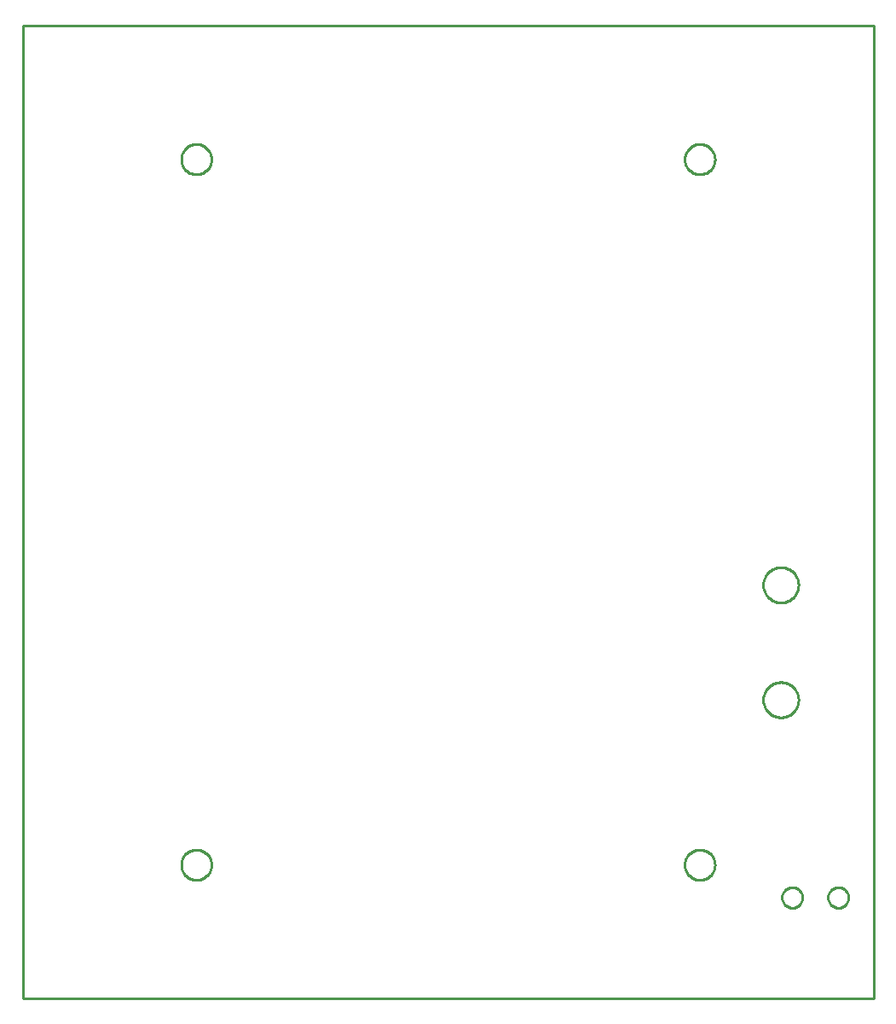
<source format=gbr>
G04 EAGLE Gerber RS-274X export*
G75*
%MOMM*%
%FSLAX34Y34*%
%LPD*%
%AMOC8*
5,1,8,0,0,1.08239X$1,22.5*%
G01*
%ADD10C,0.254000*%


D10*
X0Y0D02*
X845000Y0D01*
X845000Y965000D01*
X0Y965000D01*
X0Y0D01*
X187500Y831964D02*
X187424Y830896D01*
X187271Y829835D01*
X187043Y828788D01*
X186741Y827760D01*
X186367Y826756D01*
X185922Y825781D01*
X185408Y824841D01*
X184829Y823940D01*
X184187Y823082D01*
X183485Y822272D01*
X182728Y821515D01*
X181918Y820813D01*
X181060Y820171D01*
X180159Y819592D01*
X179219Y819078D01*
X178244Y818633D01*
X177240Y818259D01*
X176212Y817957D01*
X175165Y817729D01*
X174104Y817576D01*
X173036Y817500D01*
X171964Y817500D01*
X170896Y817576D01*
X169835Y817729D01*
X168788Y817957D01*
X167760Y818259D01*
X166756Y818633D01*
X165781Y819078D01*
X164841Y819592D01*
X163940Y820171D01*
X163082Y820813D01*
X162272Y821515D01*
X161515Y822272D01*
X160813Y823082D01*
X160171Y823940D01*
X159592Y824841D01*
X159078Y825781D01*
X158633Y826756D01*
X158259Y827760D01*
X157957Y828788D01*
X157729Y829835D01*
X157576Y830896D01*
X157500Y831964D01*
X157500Y833036D01*
X157576Y834104D01*
X157729Y835165D01*
X157957Y836212D01*
X158259Y837240D01*
X158633Y838244D01*
X159078Y839219D01*
X159592Y840159D01*
X160171Y841060D01*
X160813Y841918D01*
X161515Y842728D01*
X162272Y843485D01*
X163082Y844187D01*
X163940Y844829D01*
X164841Y845408D01*
X165781Y845922D01*
X166756Y846367D01*
X167760Y846741D01*
X168788Y847043D01*
X169835Y847271D01*
X170896Y847424D01*
X171964Y847500D01*
X173036Y847500D01*
X174104Y847424D01*
X175165Y847271D01*
X176212Y847043D01*
X177240Y846741D01*
X178244Y846367D01*
X179219Y845922D01*
X180159Y845408D01*
X181060Y844829D01*
X181918Y844187D01*
X182728Y843485D01*
X183485Y842728D01*
X184187Y841918D01*
X184829Y841060D01*
X185408Y840159D01*
X185922Y839219D01*
X186367Y838244D01*
X186741Y837240D01*
X187043Y836212D01*
X187271Y835165D01*
X187424Y834104D01*
X187500Y833036D01*
X187500Y831964D01*
X687500Y831964D02*
X687424Y830896D01*
X687271Y829835D01*
X687043Y828788D01*
X686741Y827760D01*
X686367Y826756D01*
X685922Y825781D01*
X685408Y824841D01*
X684829Y823940D01*
X684187Y823082D01*
X683485Y822272D01*
X682728Y821515D01*
X681918Y820813D01*
X681060Y820171D01*
X680159Y819592D01*
X679219Y819078D01*
X678244Y818633D01*
X677240Y818259D01*
X676212Y817957D01*
X675165Y817729D01*
X674104Y817576D01*
X673036Y817500D01*
X671964Y817500D01*
X670896Y817576D01*
X669835Y817729D01*
X668788Y817957D01*
X667760Y818259D01*
X666756Y818633D01*
X665781Y819078D01*
X664841Y819592D01*
X663940Y820171D01*
X663082Y820813D01*
X662272Y821515D01*
X661515Y822272D01*
X660813Y823082D01*
X660171Y823940D01*
X659592Y824841D01*
X659078Y825781D01*
X658633Y826756D01*
X658259Y827760D01*
X657957Y828788D01*
X657729Y829835D01*
X657576Y830896D01*
X657500Y831964D01*
X657500Y833036D01*
X657576Y834104D01*
X657729Y835165D01*
X657957Y836212D01*
X658259Y837240D01*
X658633Y838244D01*
X659078Y839219D01*
X659592Y840159D01*
X660171Y841060D01*
X660813Y841918D01*
X661515Y842728D01*
X662272Y843485D01*
X663082Y844187D01*
X663940Y844829D01*
X664841Y845408D01*
X665781Y845922D01*
X666756Y846367D01*
X667760Y846741D01*
X668788Y847043D01*
X669835Y847271D01*
X670896Y847424D01*
X671964Y847500D01*
X673036Y847500D01*
X674104Y847424D01*
X675165Y847271D01*
X676212Y847043D01*
X677240Y846741D01*
X678244Y846367D01*
X679219Y845922D01*
X680159Y845408D01*
X681060Y844829D01*
X681918Y844187D01*
X682728Y843485D01*
X683485Y842728D01*
X684187Y841918D01*
X684829Y841060D01*
X685408Y840159D01*
X685922Y839219D01*
X686367Y838244D01*
X686741Y837240D01*
X687043Y836212D01*
X687271Y835165D01*
X687424Y834104D01*
X687500Y833036D01*
X687500Y831964D01*
X187500Y131964D02*
X187424Y130896D01*
X187271Y129835D01*
X187043Y128788D01*
X186741Y127760D01*
X186367Y126756D01*
X185922Y125781D01*
X185408Y124841D01*
X184829Y123940D01*
X184187Y123082D01*
X183485Y122272D01*
X182728Y121515D01*
X181918Y120813D01*
X181060Y120171D01*
X180159Y119592D01*
X179219Y119078D01*
X178244Y118633D01*
X177240Y118259D01*
X176212Y117957D01*
X175165Y117729D01*
X174104Y117576D01*
X173036Y117500D01*
X171964Y117500D01*
X170896Y117576D01*
X169835Y117729D01*
X168788Y117957D01*
X167760Y118259D01*
X166756Y118633D01*
X165781Y119078D01*
X164841Y119592D01*
X163940Y120171D01*
X163082Y120813D01*
X162272Y121515D01*
X161515Y122272D01*
X160813Y123082D01*
X160171Y123940D01*
X159592Y124841D01*
X159078Y125781D01*
X158633Y126756D01*
X158259Y127760D01*
X157957Y128788D01*
X157729Y129835D01*
X157576Y130896D01*
X157500Y131964D01*
X157500Y133036D01*
X157576Y134104D01*
X157729Y135165D01*
X157957Y136212D01*
X158259Y137240D01*
X158633Y138244D01*
X159078Y139219D01*
X159592Y140159D01*
X160171Y141060D01*
X160813Y141918D01*
X161515Y142728D01*
X162272Y143485D01*
X163082Y144187D01*
X163940Y144829D01*
X164841Y145408D01*
X165781Y145922D01*
X166756Y146367D01*
X167760Y146741D01*
X168788Y147043D01*
X169835Y147271D01*
X170896Y147424D01*
X171964Y147500D01*
X173036Y147500D01*
X174104Y147424D01*
X175165Y147271D01*
X176212Y147043D01*
X177240Y146741D01*
X178244Y146367D01*
X179219Y145922D01*
X180159Y145408D01*
X181060Y144829D01*
X181918Y144187D01*
X182728Y143485D01*
X183485Y142728D01*
X184187Y141918D01*
X184829Y141060D01*
X185408Y140159D01*
X185922Y139219D01*
X186367Y138244D01*
X186741Y137240D01*
X187043Y136212D01*
X187271Y135165D01*
X187424Y134104D01*
X187500Y133036D01*
X187500Y131964D01*
X687500Y131964D02*
X687424Y130896D01*
X687271Y129835D01*
X687043Y128788D01*
X686741Y127760D01*
X686367Y126756D01*
X685922Y125781D01*
X685408Y124841D01*
X684829Y123940D01*
X684187Y123082D01*
X683485Y122272D01*
X682728Y121515D01*
X681918Y120813D01*
X681060Y120171D01*
X680159Y119592D01*
X679219Y119078D01*
X678244Y118633D01*
X677240Y118259D01*
X676212Y117957D01*
X675165Y117729D01*
X674104Y117576D01*
X673036Y117500D01*
X671964Y117500D01*
X670896Y117576D01*
X669835Y117729D01*
X668788Y117957D01*
X667760Y118259D01*
X666756Y118633D01*
X665781Y119078D01*
X664841Y119592D01*
X663940Y120171D01*
X663082Y120813D01*
X662272Y121515D01*
X661515Y122272D01*
X660813Y123082D01*
X660171Y123940D01*
X659592Y124841D01*
X659078Y125781D01*
X658633Y126756D01*
X658259Y127760D01*
X657957Y128788D01*
X657729Y129835D01*
X657576Y130896D01*
X657500Y131964D01*
X657500Y133036D01*
X657576Y134104D01*
X657729Y135165D01*
X657957Y136212D01*
X658259Y137240D01*
X658633Y138244D01*
X659078Y139219D01*
X659592Y140159D01*
X660171Y141060D01*
X660813Y141918D01*
X661515Y142728D01*
X662272Y143485D01*
X663082Y144187D01*
X663940Y144829D01*
X664841Y145408D01*
X665781Y145922D01*
X666756Y146367D01*
X667760Y146741D01*
X668788Y147043D01*
X669835Y147271D01*
X670896Y147424D01*
X671964Y147500D01*
X673036Y147500D01*
X674104Y147424D01*
X675165Y147271D01*
X676212Y147043D01*
X677240Y146741D01*
X678244Y146367D01*
X679219Y145922D01*
X680159Y145408D01*
X681060Y144829D01*
X681918Y144187D01*
X682728Y143485D01*
X683485Y142728D01*
X684187Y141918D01*
X684829Y141060D01*
X685408Y140159D01*
X685922Y139219D01*
X686367Y138244D01*
X686741Y137240D01*
X687043Y136212D01*
X687271Y135165D01*
X687424Y134104D01*
X687500Y133036D01*
X687500Y131964D01*
X799840Y100444D02*
X799917Y101327D01*
X800071Y102201D01*
X800301Y103058D01*
X800604Y103892D01*
X800979Y104696D01*
X801423Y105464D01*
X801932Y106191D01*
X802502Y106871D01*
X803129Y107498D01*
X803809Y108068D01*
X804536Y108577D01*
X805304Y109021D01*
X806108Y109396D01*
X806942Y109699D01*
X807799Y109929D01*
X808673Y110083D01*
X809556Y110160D01*
X810444Y110160D01*
X811327Y110083D01*
X812201Y109929D01*
X813058Y109699D01*
X813892Y109396D01*
X814696Y109021D01*
X815464Y108577D01*
X816191Y108068D01*
X816871Y107498D01*
X817498Y106871D01*
X818068Y106191D01*
X818577Y105464D01*
X819021Y104696D01*
X819396Y103892D01*
X819699Y103058D01*
X819929Y102201D01*
X820083Y101327D01*
X820160Y100444D01*
X820160Y99556D01*
X820083Y98673D01*
X819929Y97799D01*
X819699Y96942D01*
X819396Y96108D01*
X819021Y95304D01*
X818577Y94536D01*
X818068Y93809D01*
X817498Y93129D01*
X816871Y92502D01*
X816191Y91932D01*
X815464Y91423D01*
X814696Y90979D01*
X813892Y90604D01*
X813058Y90301D01*
X812201Y90071D01*
X811327Y89917D01*
X810444Y89840D01*
X809556Y89840D01*
X808673Y89917D01*
X807799Y90071D01*
X806942Y90301D01*
X806108Y90604D01*
X805304Y90979D01*
X804536Y91423D01*
X803809Y91932D01*
X803129Y92502D01*
X802502Y93129D01*
X801932Y93809D01*
X801423Y94536D01*
X800979Y95304D01*
X800604Y96108D01*
X800301Y96942D01*
X800071Y97799D01*
X799917Y98673D01*
X799840Y99556D01*
X799840Y100444D01*
X754120Y100444D02*
X754197Y101327D01*
X754351Y102201D01*
X754581Y103058D01*
X754884Y103892D01*
X755259Y104696D01*
X755703Y105464D01*
X756212Y106191D01*
X756782Y106871D01*
X757409Y107498D01*
X758089Y108068D01*
X758816Y108577D01*
X759584Y109021D01*
X760388Y109396D01*
X761222Y109699D01*
X762079Y109929D01*
X762953Y110083D01*
X763836Y110160D01*
X764724Y110160D01*
X765607Y110083D01*
X766481Y109929D01*
X767338Y109699D01*
X768172Y109396D01*
X768976Y109021D01*
X769744Y108577D01*
X770471Y108068D01*
X771151Y107498D01*
X771778Y106871D01*
X772348Y106191D01*
X772857Y105464D01*
X773301Y104696D01*
X773676Y103892D01*
X773979Y103058D01*
X774209Y102201D01*
X774363Y101327D01*
X774440Y100444D01*
X774440Y99556D01*
X774363Y98673D01*
X774209Y97799D01*
X773979Y96942D01*
X773676Y96108D01*
X773301Y95304D01*
X772857Y94536D01*
X772348Y93809D01*
X771778Y93129D01*
X771151Y92502D01*
X770471Y91932D01*
X769744Y91423D01*
X768976Y90979D01*
X768172Y90604D01*
X767338Y90301D01*
X766481Y90071D01*
X765607Y89917D01*
X764724Y89840D01*
X763836Y89840D01*
X762953Y89917D01*
X762079Y90071D01*
X761222Y90301D01*
X760388Y90604D01*
X759584Y90979D01*
X758816Y91423D01*
X758089Y91932D01*
X757409Y92502D01*
X756782Y93129D01*
X756212Y93809D01*
X755703Y94536D01*
X755259Y95304D01*
X754884Y96108D01*
X754581Y96942D01*
X754351Y97799D01*
X754197Y98673D01*
X754120Y99556D01*
X754120Y100444D01*
X770500Y295627D02*
X770425Y294484D01*
X770276Y293348D01*
X770052Y292224D01*
X769755Y291117D01*
X769387Y290032D01*
X768949Y288974D01*
X768442Y287946D01*
X767869Y286954D01*
X767232Y286001D01*
X766535Y285092D01*
X765779Y284231D01*
X764969Y283421D01*
X764108Y282665D01*
X763199Y281968D01*
X762246Y281331D01*
X761254Y280758D01*
X760226Y280251D01*
X759168Y279813D01*
X758083Y279445D01*
X756976Y279148D01*
X755852Y278925D01*
X754716Y278775D01*
X753573Y278700D01*
X752427Y278700D01*
X751284Y278775D01*
X750148Y278925D01*
X749024Y279148D01*
X747917Y279445D01*
X746832Y279813D01*
X745774Y280251D01*
X744746Y280758D01*
X743754Y281331D01*
X742801Y281968D01*
X741892Y282665D01*
X741031Y283421D01*
X740221Y284231D01*
X739465Y285092D01*
X738768Y286001D01*
X738131Y286954D01*
X737558Y287946D01*
X737051Y288974D01*
X736613Y290032D01*
X736245Y291117D01*
X735948Y292224D01*
X735725Y293348D01*
X735575Y294484D01*
X735500Y295627D01*
X735500Y296773D01*
X735575Y297916D01*
X735725Y299052D01*
X735948Y300176D01*
X736245Y301283D01*
X736613Y302368D01*
X737051Y303426D01*
X737558Y304454D01*
X738131Y305446D01*
X738768Y306399D01*
X739465Y307308D01*
X740221Y308169D01*
X741031Y308979D01*
X741892Y309735D01*
X742801Y310432D01*
X743754Y311069D01*
X744746Y311642D01*
X745774Y312149D01*
X746832Y312587D01*
X747917Y312955D01*
X749024Y313252D01*
X750148Y313476D01*
X751284Y313625D01*
X752427Y313700D01*
X753573Y313700D01*
X754716Y313625D01*
X755852Y313476D01*
X756976Y313252D01*
X758083Y312955D01*
X759168Y312587D01*
X760226Y312149D01*
X761254Y311642D01*
X762246Y311069D01*
X763199Y310432D01*
X764108Y309735D01*
X764969Y308979D01*
X765779Y308169D01*
X766535Y307308D01*
X767232Y306399D01*
X767869Y305446D01*
X768442Y304454D01*
X768949Y303426D01*
X769387Y302368D01*
X769755Y301283D01*
X770052Y300176D01*
X770276Y299052D01*
X770425Y297916D01*
X770500Y296773D01*
X770500Y295627D01*
X770500Y409627D02*
X770425Y408484D01*
X770276Y407348D01*
X770052Y406224D01*
X769755Y405117D01*
X769387Y404032D01*
X768949Y402974D01*
X768442Y401946D01*
X767869Y400954D01*
X767232Y400001D01*
X766535Y399092D01*
X765779Y398231D01*
X764969Y397421D01*
X764108Y396665D01*
X763199Y395968D01*
X762246Y395331D01*
X761254Y394758D01*
X760226Y394251D01*
X759168Y393813D01*
X758083Y393445D01*
X756976Y393148D01*
X755852Y392925D01*
X754716Y392775D01*
X753573Y392700D01*
X752427Y392700D01*
X751284Y392775D01*
X750148Y392925D01*
X749024Y393148D01*
X747917Y393445D01*
X746832Y393813D01*
X745774Y394251D01*
X744746Y394758D01*
X743754Y395331D01*
X742801Y395968D01*
X741892Y396665D01*
X741031Y397421D01*
X740221Y398231D01*
X739465Y399092D01*
X738768Y400001D01*
X738131Y400954D01*
X737558Y401946D01*
X737051Y402974D01*
X736613Y404032D01*
X736245Y405117D01*
X735948Y406224D01*
X735725Y407348D01*
X735575Y408484D01*
X735500Y409627D01*
X735500Y410773D01*
X735575Y411916D01*
X735725Y413052D01*
X735948Y414176D01*
X736245Y415283D01*
X736613Y416368D01*
X737051Y417426D01*
X737558Y418454D01*
X738131Y419446D01*
X738768Y420399D01*
X739465Y421308D01*
X740221Y422169D01*
X741031Y422979D01*
X741892Y423735D01*
X742801Y424432D01*
X743754Y425069D01*
X744746Y425642D01*
X745774Y426149D01*
X746832Y426587D01*
X747917Y426955D01*
X749024Y427252D01*
X750148Y427476D01*
X751284Y427625D01*
X752427Y427700D01*
X753573Y427700D01*
X754716Y427625D01*
X755852Y427476D01*
X756976Y427252D01*
X758083Y426955D01*
X759168Y426587D01*
X760226Y426149D01*
X761254Y425642D01*
X762246Y425069D01*
X763199Y424432D01*
X764108Y423735D01*
X764969Y422979D01*
X765779Y422169D01*
X766535Y421308D01*
X767232Y420399D01*
X767869Y419446D01*
X768442Y418454D01*
X768949Y417426D01*
X769387Y416368D01*
X769755Y415283D01*
X770052Y414176D01*
X770276Y413052D01*
X770425Y411916D01*
X770500Y410773D01*
X770500Y409627D01*
M02*

</source>
